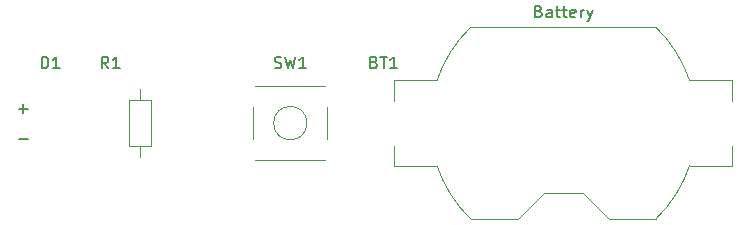
<source format=gto>
%TF.GenerationSoftware,KiCad,Pcbnew,(6.0.0)*%
%TF.CreationDate,2025-06-04T13:55:59+10:00*%
%TF.ProjectId,LED torch,4c454420-746f-4726-9368-2e6b69636164,0.1*%
%TF.SameCoordinates,Original*%
%TF.FileFunction,Legend,Top*%
%TF.FilePolarity,Positive*%
%FSLAX46Y46*%
G04 Gerber Fmt 4.6, Leading zero omitted, Abs format (unit mm)*
G04 Created by KiCad (PCBNEW (6.0.0)) date 2025-06-04 13:55:59*
%MOMM*%
%LPD*%
G01*
G04 APERTURE LIST*
%ADD10C,0.150000*%
%ADD11C,0.120000*%
G04 APERTURE END LIST*
D10*
X104013047Y-113101428D02*
X104774952Y-113101428D01*
X104394000Y-113482380D02*
X104394000Y-112720476D01*
X104774952Y-115641428D02*
X104013047Y-115641428D01*
%TO.C,D1*%
X105941904Y-109672380D02*
X105941904Y-108672380D01*
X106180000Y-108672380D01*
X106322857Y-108720000D01*
X106418095Y-108815238D01*
X106465714Y-108910476D01*
X106513333Y-109100952D01*
X106513333Y-109243809D01*
X106465714Y-109434285D01*
X106418095Y-109529523D01*
X106322857Y-109624761D01*
X106180000Y-109672380D01*
X105941904Y-109672380D01*
X107465714Y-109672380D02*
X106894285Y-109672380D01*
X107180000Y-109672380D02*
X107180000Y-108672380D01*
X107084761Y-108815238D01*
X106989523Y-108910476D01*
X106894285Y-108958095D01*
%TO.C,BT1*%
X134088285Y-109148571D02*
X134231142Y-109196190D01*
X134278761Y-109243809D01*
X134326380Y-109339047D01*
X134326380Y-109481904D01*
X134278761Y-109577142D01*
X134231142Y-109624761D01*
X134135904Y-109672380D01*
X133754952Y-109672380D01*
X133754952Y-108672380D01*
X134088285Y-108672380D01*
X134183523Y-108720000D01*
X134231142Y-108767619D01*
X134278761Y-108862857D01*
X134278761Y-108958095D01*
X134231142Y-109053333D01*
X134183523Y-109100952D01*
X134088285Y-109148571D01*
X133754952Y-109148571D01*
X134612095Y-108672380D02*
X135183523Y-108672380D01*
X134897809Y-109672380D02*
X134897809Y-108672380D01*
X136040666Y-109672380D02*
X135469238Y-109672380D01*
X135754952Y-109672380D02*
X135754952Y-108672380D01*
X135659714Y-108815238D01*
X135564476Y-108910476D01*
X135469238Y-108958095D01*
X148042571Y-104830571D02*
X148185428Y-104878190D01*
X148233047Y-104925809D01*
X148280666Y-105021047D01*
X148280666Y-105163904D01*
X148233047Y-105259142D01*
X148185428Y-105306761D01*
X148090190Y-105354380D01*
X147709238Y-105354380D01*
X147709238Y-104354380D01*
X148042571Y-104354380D01*
X148137809Y-104402000D01*
X148185428Y-104449619D01*
X148233047Y-104544857D01*
X148233047Y-104640095D01*
X148185428Y-104735333D01*
X148137809Y-104782952D01*
X148042571Y-104830571D01*
X147709238Y-104830571D01*
X149137809Y-105354380D02*
X149137809Y-104830571D01*
X149090190Y-104735333D01*
X148994952Y-104687714D01*
X148804476Y-104687714D01*
X148709238Y-104735333D01*
X149137809Y-105306761D02*
X149042571Y-105354380D01*
X148804476Y-105354380D01*
X148709238Y-105306761D01*
X148661619Y-105211523D01*
X148661619Y-105116285D01*
X148709238Y-105021047D01*
X148804476Y-104973428D01*
X149042571Y-104973428D01*
X149137809Y-104925809D01*
X149471142Y-104687714D02*
X149852095Y-104687714D01*
X149614000Y-104354380D02*
X149614000Y-105211523D01*
X149661619Y-105306761D01*
X149756857Y-105354380D01*
X149852095Y-105354380D01*
X150042571Y-104687714D02*
X150423523Y-104687714D01*
X150185428Y-104354380D02*
X150185428Y-105211523D01*
X150233047Y-105306761D01*
X150328285Y-105354380D01*
X150423523Y-105354380D01*
X151137809Y-105306761D02*
X151042571Y-105354380D01*
X150852095Y-105354380D01*
X150756857Y-105306761D01*
X150709238Y-105211523D01*
X150709238Y-104830571D01*
X150756857Y-104735333D01*
X150852095Y-104687714D01*
X151042571Y-104687714D01*
X151137809Y-104735333D01*
X151185428Y-104830571D01*
X151185428Y-104925809D01*
X150709238Y-105021047D01*
X151614000Y-105354380D02*
X151614000Y-104687714D01*
X151614000Y-104878190D02*
X151661619Y-104782952D01*
X151709238Y-104735333D01*
X151804476Y-104687714D01*
X151899714Y-104687714D01*
X152137809Y-104687714D02*
X152375904Y-105354380D01*
X152614000Y-104687714D02*
X152375904Y-105354380D01*
X152280666Y-105592476D01*
X152233047Y-105640095D01*
X152137809Y-105687714D01*
%TO.C,SW1*%
X125666666Y-109624761D02*
X125809523Y-109672380D01*
X126047619Y-109672380D01*
X126142857Y-109624761D01*
X126190476Y-109577142D01*
X126238095Y-109481904D01*
X126238095Y-109386666D01*
X126190476Y-109291428D01*
X126142857Y-109243809D01*
X126047619Y-109196190D01*
X125857142Y-109148571D01*
X125761904Y-109100952D01*
X125714285Y-109053333D01*
X125666666Y-108958095D01*
X125666666Y-108862857D01*
X125714285Y-108767619D01*
X125761904Y-108720000D01*
X125857142Y-108672380D01*
X126095238Y-108672380D01*
X126238095Y-108720000D01*
X126571428Y-108672380D02*
X126809523Y-109672380D01*
X127000000Y-108958095D01*
X127190476Y-109672380D01*
X127428571Y-108672380D01*
X128333333Y-109672380D02*
X127761904Y-109672380D01*
X128047619Y-109672380D02*
X128047619Y-108672380D01*
X127952380Y-108815238D01*
X127857142Y-108910476D01*
X127761904Y-108958095D01*
%TO.C,R1*%
X111593333Y-109672380D02*
X111260000Y-109196190D01*
X111021904Y-109672380D02*
X111021904Y-108672380D01*
X111402857Y-108672380D01*
X111498095Y-108720000D01*
X111545714Y-108767619D01*
X111593333Y-108862857D01*
X111593333Y-109005714D01*
X111545714Y-109100952D01*
X111498095Y-109148571D01*
X111402857Y-109196190D01*
X111021904Y-109196190D01*
X112545714Y-109672380D02*
X111974285Y-109672380D01*
X112260000Y-109672380D02*
X112260000Y-108672380D01*
X112164761Y-108815238D01*
X112069523Y-108910476D01*
X111974285Y-108958095D01*
D11*
%TO.C,BT1*%
X164424000Y-117910000D02*
X160806000Y-117910000D01*
X135804000Y-112400000D02*
X135804000Y-110690000D01*
X139422000Y-117910000D02*
X135804000Y-117910000D01*
X135804000Y-110690000D02*
X139422000Y-110690000D01*
X135804000Y-116200000D02*
X135804000Y-117910000D01*
X160806000Y-110690000D02*
X164424000Y-110690000D01*
X151774000Y-120210000D02*
X148454000Y-120210000D01*
X164424000Y-112400000D02*
X164424000Y-110690000D01*
X164424000Y-116200000D02*
X164424000Y-117910000D01*
X157961300Y-122410000D02*
X153974000Y-122410000D01*
X146254000Y-122410000D02*
X142266700Y-122410000D01*
X142266700Y-106190000D02*
X157961300Y-106190000D01*
X148454000Y-120210000D02*
X146254000Y-122410000D01*
X151774000Y-120210000D02*
X153974000Y-122410000D01*
X160806000Y-110690000D02*
G75*
G03*
X157959371Y-106188211I-10691995J-3609996D01*
G01*
X142268629Y-106188211D02*
G75*
G03*
X139422000Y-110690000I7845391J-8111801D01*
G01*
X157959371Y-122411789D02*
G75*
G03*
X160806000Y-117910000I-7845391J8111801D01*
G01*
X139422000Y-117910000D02*
G75*
G03*
X142268629Y-122411789I10691995J3609996D01*
G01*
%TO.C,SW1*%
X130120000Y-112960000D02*
X130120000Y-115640000D01*
X124030000Y-111180000D02*
X129970000Y-111180000D01*
X124030000Y-117420000D02*
X129970000Y-117420000D01*
X123880000Y-115640000D02*
X123880000Y-112960000D01*
X128414214Y-114300000D02*
G75*
G03*
X128414214Y-114300000I-1414214J0D01*
G01*
%TO.C,R1*%
X113380000Y-116220000D02*
X115220000Y-116220000D01*
X113380000Y-112380000D02*
X113380000Y-116220000D01*
X114300000Y-117170000D02*
X114300000Y-116220000D01*
X115220000Y-112380000D02*
X113380000Y-112380000D01*
X114300000Y-111430000D02*
X114300000Y-112380000D01*
X115220000Y-116220000D02*
X115220000Y-112380000D01*
%TD*%
M02*

</source>
